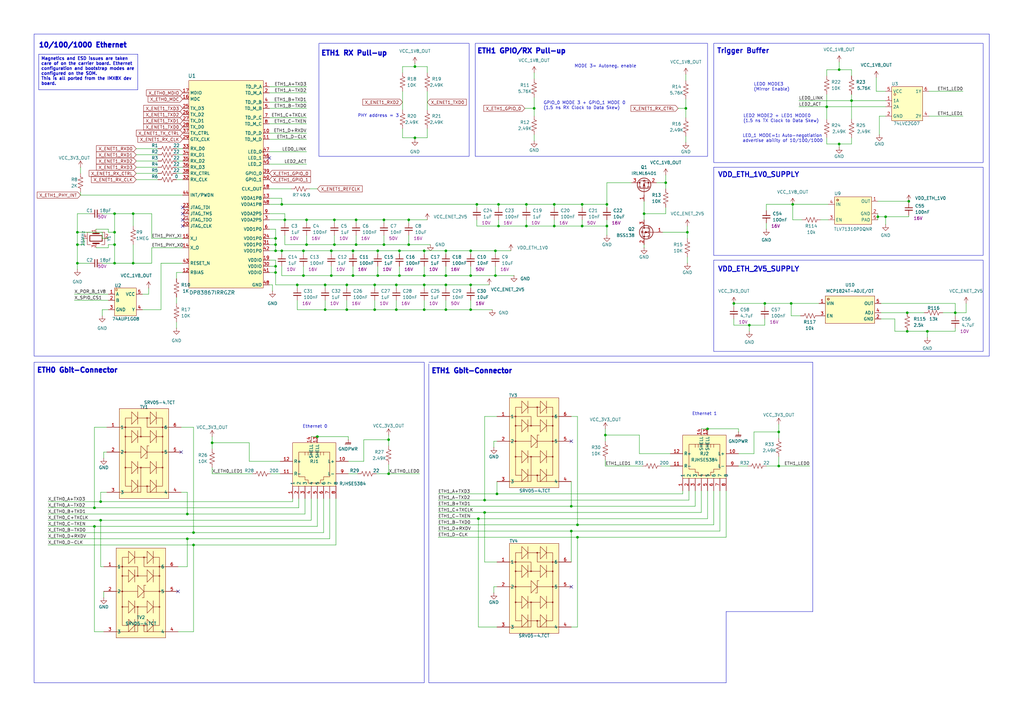
<source format=kicad_sch>
(kicad_sch (version 20250114) (generator "eeschema") (generator_version "9.0")
  (paper "A3")
  (rectangle (start 13.97 13.97) (end 405.765 146.05))
  (rectangle (start 13.97 148.59) (end 173.99 280.035))
  (rectangle (start 130.81 17.78) (end 192.405 64.135))
  (rectangle (start 292.735 106.68) (end 403.225 144.145))
  (rectangle (start 194.945 17.78) (end 290.195 64.135))
  (rectangle (start 292.735 17.78) (end 403.225 66.675))
  (rectangle (start 292.735 68.58) (end 403.225 104.775))
  (text "Trigger Buffer" (at 304.8 20.955 0) (effects (font (size 2.032 2.032) (thickness 0.4064) (bold yes))))
  (text "Ethernet 0" (at 124.079 175.768 0) (effects (font (size 1.27 1.27)) (justify left bottom)))
  (text "ETH0 Gbit-Connector\n" (at 14.986 153.162 0) (effects (font (size 2.032 2.032) (thickness 0.6) (bold yes)) (justify left bottom)))
  (text "VDD_ETH_2V5_SUPPLY" (at 311.15 110.49 0) (effects (font (size 2.032 2.032) (thickness 0.4064) (bold yes))))
  (text "ETH1 Gbit-Connector" (at 176.784 153.416 0) (effects (font (size 2.032 2.032) (thickness 0.6) (bold yes)) (justify left bottom)))
  (text "Ethernet 1" (at 283.845 170.561 0) (effects (font (size 1.27 1.27)) (justify left bottom)))
  (text "ETH1 GPIO/RX Pull-up" (at 195.58 22.225 0) (effects (font (size 2.032 2.032) (thickness 0.6) (bold yes)) (justify left bottom)))
  (text "LED2 MODE2 + LED1 MODE0\n(1.5 ns TX Clock to Data Skew)" (at 304.8 50.419 0) (effects (font (size 1.27 1.27)) (justify left bottom)))
  (text "GPIO_0 MODE 3 + GPIO_1 MODE 0\n(1.5 ns RX Clock to Data Skew)" (at 222.885 45.085 0) (effects (font (size 1.27 1.27)) (justify left bottom)))
  (text "LED0 MODE3\n(Mirror Enable)" (at 309.118 37.465 0) (effects (font (size 1.27 1.27)) (justify left bottom)))
  (text "ETH1 RX Pull-up" (at 131.572 23.114 0) (effects (font (size 2.032 2.032) (thickness 0.6) (bold yes)) (justify left bottom)))
  (text "10/100/1000 Ethernet\n" (at 15.748 19.812 0) (effects (font (size 2.032 2.032) (thickness 0.6) (bold yes)) (justify left bottom)))
  (text "PHY address = 3" (at 146.685 48.26 0) (effects (font (size 1.27 1.27)) (justify left bottom)))
  (text "MODE 3= Autoneg. enable" (at 235.585 27.94 0) (effects (font (size 1.27 1.27)) (justify left bottom)))
  (text "VDD_ETH_1V0_SUPPLY" (at 311.15 71.755 0) (effects (font (size 2.032 2.032) (thickness 0.4064) (bold yes))))
  (text "LED_1 MODE=1: Auto-negotiation\nadvertise ability of 10/100/1000" (at 304.546 58.547 0) (effects (font (size 1.27 1.27)) (justify left bottom)))
  (text_box "Magnetics and ESD issues are taken care of on the carrier board. Ethernet configuration and bootstrap modes are configured on the SOM.\nThis is all ported from the IMX8X dev board." (at 15.875 22.225 0) (size 40.64 14.605) (margins 0.9525 0.9525 0.9525 0.9525) (effects (font (size 1.27 1.27) (thickness 0.254) (bold yes)) (justify left top)))
  (junction (at 115.57 83.82))
  (junction (at 41.275 213.36))
  (junction (at 234.315 207.645))
  (junction (at 307.34 133.35))
  (junction (at 54.61 107.95))
  (junction (at 193.04 102.87))
  (junction (at 54.61 87.63))
  (junction (at 238.76 83.82))
  (junction (at 182.88 127))
  (junction (at 31.75 95.25))
  (junction (at 125.73 90.17))
  (junction (at 319.405 177.165))
  (junction (at 264.16 87.63))
  (junction (at 133.35 127))
  (junction (at 173.99 113.03))
  (junction (at 124.46 113.03))
  (junction (at 86.995 181.61))
  (junction (at 196.215 212.725))
  (junction (at 146.05 100.33))
  (junction (at 137.16 100.33))
  (junction (at 113.03 102.87))
  (junction (at 290.195 175.895))
  (junction (at 154.94 113.03))
  (junction (at 173.99 127))
  (junction (at 153.67 116.84))
  (junction (at 215.9 92.71))
  (junction (at 324.485 124.46))
  (junction (at 142.24 127))
  (junction (at 113.03 111.76))
  (junction (at 135.89 113.03))
  (junction (at 79.375 218.44))
  (junction (at 281.94 95.25))
  (junction (at 167.64 100.33))
  (junction (at 182.88 113.03))
  (junction (at 372.745 82.55))
  (junction (at 163.83 113.03))
  (junction (at 137.16 90.17))
  (junction (at 38.735 208.28))
  (junction (at 182.88 116.84))
  (junction (at 203.2 113.03))
  (junction (at 159.385 180.34))
  (junction (at 144.78 102.87))
  (junction (at 236.855 220.345))
  (junction (at 360.045 88.9))
  (junction (at 46.99 100.33))
  (junction (at 162.56 127))
  (junction (at 135.89 102.87))
  (junction (at 76.835 220.98))
  (junction (at 339.09 43.815))
  (junction (at 142.24 116.84))
  (junction (at 115.57 102.87))
  (junction (at 170.18 56.515))
  (junction (at 198.755 205.105))
  (junction (at 349.25 41.275))
  (junction (at 391.795 128.27))
  (junction (at 162.56 116.84))
  (junction (at 344.17 59.055))
  (junction (at 124.46 102.87))
  (junction (at 146.05 90.17))
  (junction (at 325.12 83.82))
  (junction (at 344.17 28.575))
  (junction (at 38.735 215.9))
  (junction (at 363.22 88.9))
  (junction (at 193.04 127))
  (junction (at 182.88 102.87))
  (junction (at 227.33 92.71))
  (junction (at 76.835 210.82))
  (junction (at 46.99 87.63))
  (junction (at 215.9 83.82))
  (junction (at 203.835 202.565))
  (junction (at 238.76 92.71))
  (junction (at 248.92 92.71))
  (junction (at 300.99 124.46))
  (junction (at 227.33 83.82))
  (junction (at 248.285 178.435))
  (junction (at 167.64 90.17))
  (junction (at 153.67 127))
  (junction (at 154.94 102.87))
  (junction (at 248.92 83.82))
  (junction (at 144.78 113.03))
  (junction (at 116.84 90.17))
  (junction (at 372.11 135.89))
  (junction (at 234.315 217.805))
  (junction (at 195.58 83.82))
  (junction (at 46.99 107.95))
  (junction (at 133.35 116.84))
  (junction (at 204.47 83.82))
  (junction (at 130.175 179.07))
  (junction (at 113.03 97.79))
  (junction (at 163.83 102.87))
  (junction (at 380.365 135.89))
  (junction (at 46.99 95.25))
  (junction (at 193.04 116.84))
  (junction (at 204.47 92.71))
  (junction (at 313.69 124.46))
  (junction (at 41.275 205.74))
  (junction (at 125.73 100.33))
  (junction (at 159.385 194.31))
  (junction (at 236.855 215.265))
  (junction (at 31.75 100.33))
  (junction (at 79.375 223.52))
  (junction (at 219.075 44.45))
  (junction (at 31.75 107.95))
  (junction (at 198.755 210.185))
  (junction (at 157.48 90.17))
  (junction (at 170.18 27.305))
  (junction (at 113.03 109.22))
  (junction (at 273.05 74.93))
  (junction (at 173.99 116.84))
  (junction (at 173.99 102.87))
  (junction (at 281.305 44.45))
  (junction (at 372.11 128.27))
  (junction (at 157.48 100.33))
  (junction (at 121.92 116.84))
  (junction (at 319.405 191.135))
  (junction (at 193.04 113.03))
  (junction (at 203.2 102.87))
  (junction (at 113.03 100.33))
  (no_connect (at 73.025 242.57))
  (no_connect (at 74.93 87.63))
  (no_connect (at 74.295 185.42))
  (no_connect (at 234.315 240.665))
  (no_connect (at 74.93 85.09))
  (no_connect (at 74.93 90.17))
  (no_connect (at 110.49 64.77))
  (no_connect (at 74.93 92.71))
  (no_connect (at 234.315 180.975))
  (wire (pts (xy 30.48 120.65) (xy 44.45 120.65)))
  (wire (pts (xy 153.67 118.11) (xy 153.67 116.84)))
  (wire (pts (xy 110.49 83.82) (xy 115.57 83.82)))
  (wire (pts (xy 44.45 100.33) (xy 46.99 100.33)))
  (wire (pts (xy 196.215 212.725) (xy 196.215 257.175)))
  (wire (pts (xy 19.685 218.44) (xy 79.375 218.44)))
  (wire (pts (xy 238.76 83.82) (xy 227.33 83.82)))
  (wire (pts (xy 179.705 202.565) (xy 203.835 202.565)))
  (wire (pts (xy 314.325 191.135) (xy 319.405 191.135)))
  (wire (pts (xy 72.39 63.5) (xy 74.93 63.5)))
  (wire (pts (xy 157.48 90.17) (xy 157.48 91.44)))
  (wire (pts (xy 39.37 93.98) (xy 44.45 93.98)))
  (wire (pts (xy 110.49 38.1) (xy 125.73 38.1)))
  (wire (pts (xy 167.64 90.17) (xy 167.64 91.44)))
  (wire (pts (xy 62.23 97.79) (xy 62.23 87.63)))
  (wire (pts (xy 372.745 83.185) (xy 372.745 82.55)))
  (wire (pts (xy 133.35 118.11) (xy 133.35 116.84)))
  (wire (pts (xy 41.275 232.41) (xy 41.275 213.36)))
  (wire (pts (xy 227.33 83.82) (xy 227.33 85.09)))
  (wire (pts (xy 175.26 52.705) (xy 175.26 56.515)))
  (wire (pts (xy 196.215 257.175) (xy 203.835 257.175)))
  (wire (pts (xy 173.99 113.03) (xy 182.88 113.03)))
  (wire (pts (xy 79.375 259.08) (xy 79.375 223.52)))
  (wire (pts (xy 290.195 201.295) (xy 290.195 212.725)))
  (wire (pts (xy 324.485 124.46) (xy 335.915 124.46)))
  (wire (pts (xy 42.545 245.11) (xy 42.545 242.57)))
  (wire (pts (xy 182.88 116.84) (xy 193.04 116.84)))
  (wire (pts (xy 41.275 232.41) (xy 42.545 232.41)))
  (wire (pts (xy 175.26 37.465) (xy 175.26 45.085)))
  (wire (pts (xy 248.92 83.82) (xy 238.76 83.82)))
  (wire (pts (xy 170.18 57.15) (xy 170.18 56.515)))
  (wire (pts (xy 163.83 113.03) (xy 173.99 113.03)))
  (wire (pts (xy 113.03 116.84) (xy 113.03 111.76)))
  (wire (pts (xy 248.92 74.93) (xy 259.08 74.93)))
  (wire (pts (xy 280.035 201.295) (xy 280.035 202.565)))
  (wire (pts (xy 234.315 217.805) (xy 295.275 217.805)))
  (wire (pts (xy 193.04 102.87) (xy 193.04 104.14)))
  (wire (pts (xy 198.755 230.505) (xy 203.835 230.505)))
  (wire (pts (xy 159.385 180.34) (xy 159.385 182.88)))
  (wire (pts (xy 121.92 116.84) (xy 113.03 116.84)))
  (wire (pts (xy 203.835 202.565) (xy 280.035 202.565)))
  (wire (pts (xy 360.045 87.63) (xy 360.045 88.9)))
  (wire (pts (xy 219.075 55.245) (xy 219.075 57.785)))
  (wire (pts (xy 19.685 205.74) (xy 41.275 205.74)))
  (wire (pts (xy 204.47 85.09) (xy 204.47 83.82)))
  (wire (pts (xy 179.705 212.725) (xy 196.215 212.725)))
  (wire (pts (xy 227.33 90.17) (xy 227.33 92.71)))
  (wire (pts (xy 135.89 109.22) (xy 135.89 113.03)))
  (wire (pts (xy 86.995 181.61) (xy 102.235 181.61)))
  (wire (pts (xy 292.735 201.295) (xy 292.735 215.265)))
  (wire (pts (xy 263.525 191.135) (xy 248.285 191.135)))
  (wire (pts (xy 115.57 113.03) (xy 124.46 113.03)))
  (wire (pts (xy 363.22 88.9) (xy 363.22 92.075)))
  (wire (pts (xy 203.835 180.975) (xy 202.565 180.975)))
  (wire (pts (xy 44.45 93.98) (xy 44.45 95.25)))
  (wire (pts (xy 149.225 189.23) (xy 142.875 189.23)))
  (wire (pts (xy 281.305 40.64) (xy 281.305 44.45)))
  (wire (pts (xy 179.705 207.645) (xy 234.315 207.645)))
  (wire (pts (xy 159.385 190.5) (xy 159.385 194.31)))
  (wire (pts (xy 173.99 123.19) (xy 173.99 127)))
  (wire (pts (xy 227.33 92.71) (xy 238.76 92.71)))
  (wire (pts (xy 238.76 92.71) (xy 248.92 92.71)))
  (wire (pts (xy 41.275 201.93) (xy 43.815 201.93)))
  (wire (pts (xy 248.285 178.435) (xy 262.255 178.435)))
  (wire (pts (xy 146.05 96.52) (xy 146.05 100.33)))
  (wire (pts (xy 72.39 68.58) (xy 74.93 68.58)))
  (wire (pts (xy 79.375 175.26) (xy 79.375 218.44)))
  (wire (pts (xy 359.41 31.75) (xy 359.41 37.465)))
  (wire (pts (xy 170.18 27.305) (xy 170.18 26.035)))
  (wire (pts (xy 319.405 191.135) (xy 332.105 191.135)))
  (wire (pts (xy 349.25 41.275) (xy 363.22 41.275)))
  (wire (pts (xy 193.04 116.84) (xy 193.04 118.11)))
  (wire (pts (xy 319.405 177.165) (xy 319.405 179.705)))
  (wire (pts (xy 38.735 215.9) (xy 130.175 215.9)))
  (wire (pts (xy 146.05 91.44) (xy 146.05 90.17)))
  (wire (pts (xy 116.84 87.63) (xy 116.84 90.17)))
  (wire (pts (xy 215.265 44.45) (xy 219.075 44.45)))
  (wire (pts (xy 372.745 88.9) (xy 372.745 88.265)))
  (wire (pts (xy 195.58 85.09) (xy 195.58 83.82)))
  (wire (pts (xy 133.35 123.19) (xy 133.35 127)))
  (wire (pts (xy 46.99 87.63) (xy 41.91 87.63)))
  (wire (pts (xy 62.23 107.95) (xy 54.61 107.95)))
  (wire (pts (xy 209.55 102.87) (xy 203.2 102.87)))
  (wire (pts (xy 79.375 223.52) (xy 137.795 223.52)))
  (wire (pts (xy 135.89 102.87) (xy 144.78 102.87)))
  (wire (pts (xy 162.56 116.84) (xy 173.99 116.84)))
  (wire (pts (xy 76.835 232.41) (xy 76.835 220.98)))
  (wire (pts (xy 372.11 128.27) (xy 379.095 128.27)))
  (wire (pts (xy 31.75 107.95) (xy 31.75 110.49)))
  (wire (pts (xy 115.57 102.87) (xy 113.03 102.87)))
  (wire (pts (xy 163.83 102.87) (xy 173.99 102.87)))
  (wire (pts (xy 121.92 118.11) (xy 121.92 116.84)))
  (wire (pts (xy 319.405 177.165) (xy 319.405 173.99)))
  (wire (pts (xy 113.03 111.76) (xy 110.49 111.76)))
  (polyline (pts (xy 297.815 280.035) (xy 297.815 250.825)))
  (wire (pts (xy 173.99 116.84) (xy 182.88 116.84)))
  (wire (pts (xy 72.39 111.76) (xy 72.39 114.3)))
  (wire (pts (xy 110.49 67.31) (xy 125.73 67.31)))
  (wire (pts (xy 360.045 88.9) (xy 360.045 90.17)))
  (polyline (pts (xy 297.815 250.825) (xy 333.375 250.825)))
  (wire (pts (xy 41.91 107.95) (xy 46.99 107.95)))
  (polyline (pts (xy 175.895 280.035) (xy 297.815 280.035)))
  (wire (pts (xy 274.955 186.055) (xy 262.255 186.055)))
  (wire (pts (xy 41.91 95.25) (xy 41.91 97.79)))
  (wire (pts (xy 125.73 90.17) (xy 137.16 90.17)))
  (wire (pts (xy 367.03 130.81) (xy 367.03 135.89)))
  (wire (pts (xy 381 37.465) (xy 394.97 37.465)))
  (wire (pts (xy 41.275 213.36) (xy 127.635 213.36)))
  (wire (pts (xy 234.315 257.175) (xy 236.855 257.175)))
  (wire (pts (xy 349.25 31.115) (xy 349.25 28.575)))
  (wire (pts (xy 300.99 125.73) (xy 300.99 124.46)))
  (wire (pts (xy 62.23 87.63) (xy 54.61 87.63)))
  (wire (pts (xy 159.385 178.435) (xy 159.385 180.34)))
  (wire (pts (xy 182.88 123.19) (xy 182.88 127)))
  (wire (pts (xy 179.705 210.185) (xy 198.755 210.185)))
  (wire (pts (xy 309.245 177.165) (xy 309.245 186.055)))
  (wire (pts (xy 137.16 100.33) (xy 146.05 100.33)))
  (wire (pts (xy 110.49 106.68) (xy 113.03 106.68)))
  (wire (pts (xy 273.05 74.93) (xy 273.05 77.47)))
  (wire (pts (xy 271.145 191.135) (xy 274.955 191.135)))
  (wire (pts (xy 198.755 205.105) (xy 282.575 205.105)))
  (wire (pts (xy 115.57 83.82) (xy 195.58 83.82)))
  (wire (pts (xy 76.835 210.82) (xy 125.095 210.82)))
  (wire (pts (xy 74.93 101.6) (xy 62.23 101.6)))
  (wire (pts (xy 44.45 127) (xy 41.91 127)))
  (wire (pts (xy 74.93 97.79) (xy 62.23 97.79)))
  (wire (pts (xy 248.92 90.17) (xy 248.92 92.71)))
  (wire (pts (xy 215.9 83.82) (xy 215.9 85.09)))
  (wire (pts (xy 137.16 96.52) (xy 137.16 100.33)))
  (wire (pts (xy 38.735 259.08) (xy 42.545 259.08)))
  (polyline (pts (xy 333.375 250.825) (xy 333.375 148.59)))
  (wire (pts (xy 130.175 179.07) (xy 142.875 179.07)))
  (wire (pts (xy 264.16 100.33) (xy 264.16 101.6)))
  (wire (pts (xy 30.48 123.19) (xy 44.45 123.19)))
  (wire (pts (xy 42.545 185.42) (xy 42.545 187.96)))
  (wire (pts (xy 86.995 191.77) (xy 86.995 194.31)))
  (wire (pts (xy 72.39 60.96) (xy 74.93 60.96)))
  (wire (pts (xy 74.295 175.26) (xy 79.375 175.26)))
  (wire (pts (xy 363.22 47.625) (xy 360.68 47.625)))
  (wire (pts (xy 391.795 128.27) (xy 396.24 128.27)))
  (wire (pts (xy 278.13 44.45) (xy 281.305 44.45)))
  (wire (pts (xy 55.88 68.58) (xy 64.77 68.58)))
  (wire (pts (xy 72.39 73.66) (xy 74.93 73.66)))
  (wire (pts (xy 76.835 220.98) (xy 135.255 220.98)))
  (wire (pts (xy 19.685 208.28) (xy 38.735 208.28)))
  (wire (pts (xy 110.49 50.8) (xy 125.73 50.8)))
  (wire (pts (xy 300.99 130.81) (xy 300.99 133.35)))
  (wire (pts (xy 273.05 71.755) (xy 273.05 74.93)))
  (wire (pts (xy 175.26 90.17) (xy 167.64 90.17)))
  (wire (pts (xy 66.04 127) (xy 66.04 107.95)))
  (wire (pts (xy 173.99 118.11) (xy 173.99 116.84)))
  (wire (pts (xy 193.04 109.22) (xy 193.04 113.03)))
  (wire (pts (xy 372.11 135.89) (xy 380.365 135.89)))
  (wire (pts (xy 391.795 128.27) (xy 386.715 128.27)))
  (wire (pts (xy 19.685 213.36) (xy 41.275 213.36)))
  (wire (pts (xy 110.49 54.61) (xy 125.73 54.61)))
  (wire (pts (xy 124.46 113.03) (xy 135.89 113.03)))
  (wire (pts (xy 234.315 217.805) (xy 234.315 230.505)))
  (wire (pts (xy 339.09 38.735) (xy 339.09 43.815)))
  (wire (pts (xy 110.49 116.84) (xy 111.76 116.84)))
  (wire (pts (xy 175.26 29.845) (xy 175.26 27.305)))
  (wire (pts (xy 175.26 27.305) (xy 170.18 27.305)))
  (wire (pts (xy 281.305 44.45) (xy 281.305 48.26)))
  (wire (pts (xy 162.56 123.19) (xy 162.56 127)))
  (wire (pts (xy 44.45 101.6) (xy 44.45 100.33)))
  (wire (pts (xy 361.315 130.81) (xy 367.03 130.81)))
  (wire (pts (xy 34.29 100.33) (xy 31.75 100.33)))
  (wire (pts (xy 380.365 135.89) (xy 380.365 138.43)))
  (wire (pts (xy 73.025 232.41) (xy 76.835 232.41)))
  (wire (pts (xy 176.53 100.33) (xy 167.64 100.33)))
  (wire (pts (xy 336.55 90.17) (xy 339.725 90.17)))
  (wire (pts (xy 165.1 37.465) (xy 165.1 45.085)))
  (wire (pts (xy 202.565 240.665) (xy 202.565 243.205)))
  (wire (pts (xy 319.405 187.325) (xy 319.405 191.135)))
  (wire (pts (xy 325.12 90.17) (xy 328.93 90.17)))
  (wire (pts (xy 121.92 123.19) (xy 121.92 127)))
  (wire (pts (xy 238.76 90.17) (xy 238.76 92.71)))
  (wire (pts (xy 157.48 100.33) (xy 167.64 100.33)))
  (wire (pts (xy 302.895 191.135) (xy 306.705 191.135)))
  (wire (pts (xy 248.285 188.595) (xy 248.285 191.135)))
  (wire (pts (xy 142.24 118.11) (xy 142.24 116.84)))
  (wire (pts (xy 154.94 113.03) (xy 163.83 113.03)))
  (wire (pts (xy 219.075 29.845) (xy 219.075 32.385)))
  (wire (pts (xy 179.705 205.105) (xy 198.755 205.105)))
  (wire (pts (xy 248.285 178.435) (xy 248.285 180.975)))
  (wire (pts (xy 125.73 91.44) (xy 125.73 90.17)))
  (wire (pts (xy 367.03 135.89) (xy 372.11 135.89)))
  (wire (pts (xy 287.655 175.895) (xy 290.195 175.895)))
  (wire (pts (xy 142.24 116.84) (xy 153.67 116.84)))
  (wire (pts (xy 116.84 90.17) (xy 125.73 90.17)))
  (wire (pts (xy 142.875 194.31) (xy 146.685 194.31)))
  (wire (pts (xy 339.09 59.055) (xy 344.17 59.055)))
  (wire (pts (xy 195.58 90.17) (xy 195.58 92.71)))
  (wire (pts (xy 86.995 179.07) (xy 86.995 181.61)))
  (polyline (pts (xy 175.895 149.225) (xy 175.895 280.035)))
  (wire (pts (xy 54.61 87.63) (xy 46.99 87.63)))
  (wire (pts (xy 285.115 201.295) (xy 285.115 207.645)))
  (wire (pts (xy 137.16 90.17) (xy 146.05 90.17)))
  (wire (pts (xy 110.49 90.17) (xy 116.84 90.17)))
  (wire (pts (xy 159.385 194.31) (xy 172.085 194.31)))
  (wire (pts (xy 281.94 105.41) (xy 281.94 107.95)))
  (wire (pts (xy 349.25 28.575) (xy 344.17 28.575)))
  (wire (pts (xy 154.305 194.31) (xy 159.385 194.31)))
  (wire (pts (xy 236.855 257.175) (xy 236.855 220.345)))
  (wire (pts (xy 46.99 95.25) (xy 46.99 87.63)))
  (wire (pts (xy 203.2 102.87) (xy 203.2 104.14)))
  (wire (pts (xy 236.855 215.265) (xy 292.735 215.265)))
  (wire (pts (xy 33.02 80.01) (xy 74.93 80.01)))
  (wire (pts (xy 46.99 100.33) (xy 46.99 95.25)))
  (wire (pts (xy 196.215 212.725) (xy 290.195 212.725)))
  (wire (pts (xy 113.03 100.33) (xy 113.03 102.87)))
  (wire (pts (xy 74.93 111.76) (xy 72.39 111.76)))
  (wire (pts (xy 198.755 210.185) (xy 198.755 230.505)))
  (wire (pts (xy 103.505 194.31) (xy 86.995 194.31)))
  (wire (pts (xy 72.39 121.92) (xy 72.39 124.46)))
  (wire (pts (xy 219.075 40.005) (xy 219.075 44.45)))
  (wire (pts (xy 307.34 135.89) (xy 307.34 133.35)))
  (wire (pts (xy 114.935 189.23) (xy 102.235 189.23)))
  (wire (pts (xy 163.83 102.87) (xy 163.83 104.14)))
  (wire (pts (xy 297.815 201.295) (xy 297.815 220.345)))
  (wire (pts (xy 210.82 113.03) (xy 203.2 113.03)))
  (wire (pts (xy 60.96 120.65) (xy 60.96 118.11)))
  (wire (pts (xy 300.99 133.35) (xy 307.34 133.35)))
  (wire (pts (xy 264.16 87.63) (xy 273.05 87.63)))
  (wire (pts (xy 113.03 102.87) (xy 110.49 102.87)))
  (wire (pts (xy 327.66 43.815) (xy 339.09 43.815)))
  (wire (pts (xy 248.92 74.93) (xy 248.92 83.82)))
  (wire (pts (xy 31.75 95.25) (xy 41.91 95.25)))
  (wire (pts (xy 43.815 185.42) (xy 42.545 185.42)))
  (wire (pts (xy 248.92 85.09) (xy 248.92 83.82)))
  (wire (pts (xy 153.67 127) (xy 162.56 127)))
  (wire (pts (xy 273.05 85.09) (xy 273.05 87.63)))
  (wire (pts (xy 46.99 107.95) (xy 46.99 100.33)))
  (wire (pts (xy 33.02 80.01) (xy 33.02 78.74)))
  (wire (pts (xy 314.325 83.82) (xy 325.12 83.82)))
  (wire (pts (xy 290.195 175.895) (xy 302.895 175.895)))
  (wire (pts (xy 19.685 220.98) (xy 76.835 220.98)))
  (wire (pts (xy 74.295 201.93) (xy 76.835 201.93)))
  (wire (pts (xy 302.895 175.895) (xy 302.895 177.165)))
  (wire (pts (xy 313.69 130.81) (xy 313.69 133.35)))
  (wire (pts (xy 142.24 123.19) (xy 142.24 127)))
  (wire (pts (xy 55.88 71.12) (xy 64.77 71.12)))
  (wire (pts (xy 281.305 30.48) (xy 281.305 33.02)))
  (wire (pts (xy 227.33 83.82) (xy 215.9 83.82)))
  (wire (pts (xy 124.46 102.87) (xy 135.89 102.87)))
  (wire (pts (xy 41.91 127) (xy 41.91 129.54)))
  (wire (pts (xy 58.42 127) (xy 66.04 127)))
  (wire (pts (xy 102.235 189.23) (xy 102.235 181.61)))
  (wire (pts (xy 287.655 201.295) (xy 287.655 210.185)))
  (wire (pts (xy 113.03 97.79) (xy 113.03 100.33)))
  (wire (pts (xy 165.1 29.845) (xy 165.1 27.305)))
  (wire (pts (xy 110.49 87.63) (xy 116.84 87.63)))
  (wire (pts (xy 309.245 186.055) (xy 302.895 186.055)))
  (wire (pts (xy 116.84 90.17) (xy 116.84 91.44)))
  (wire (pts (xy 115.57 102.87) (xy 115.57 104.14)))
  (wire (pts (xy 236.855 220.345) (xy 297.815 220.345)))
  (wire (pts (xy 137.16 91.44) (xy 137.16 90.17)))
  (wire (pts (xy 144.78 113.03) (xy 154.94 113.03)))
  (wire (pts (xy 124.46 109.22) (xy 124.46 113.03)))
  (wire (pts (xy 38.735 175.26) (xy 38.735 208.28)))
  (wire (pts (xy 127.635 204.47) (xy 127.635 213.36)))
  (wire (pts (xy 113.03 109.22) (xy 113.03 111.76)))
  (wire (pts (xy 31.75 107.95) (xy 31.75 100.33)))
  (wire (pts (xy 144.78 104.14) (xy 144.78 102.87)))
  (wire (pts (xy 324.485 129.54) (xy 328.295 129.54)))
  (wire (pts (xy 391.795 135.89) (xy 391.795 134.62)))
  (wire (pts (xy 234.315 207.645) (xy 285.115 207.645)))
  (wire (pts (xy 182.88 127) (xy 193.04 127)))
  (wire (pts (xy 313.69 124.46) (xy 313.69 125.73)))
  (wire (pts (xy 200.66 116.84) (xy 193.04 116.84)))
  (wire (pts (xy 380.365 135.89) (xy 391.795 135.89)))
  (wire (pts (xy 38.735 259.08) (xy 38.735 215.9)))
  (wire (pts (xy 198.755 205.105) (xy 198.755 170.815)))
  (wire (pts (xy 110.49 100.33) (xy 113.03 100.33)))
  (wire (pts (xy 124.46 104.14) (xy 124.46 102.87)))
  (wire (pts (xy 121.92 127) (xy 133.35 127)))
  (wire (pts (xy 120.015 204.47) (xy 120.015 205.74)))
  (wire (pts (xy 39.37 101.6) (xy 44.45 101.6)))
  (wire (pts (xy 111.76 116.84) (xy 111.76 119.38)))
  (wire (pts (xy 86.995 181.61) (xy 86.995 184.15)))
  (wire (pts (xy 110.49 93.98) (xy 113.03 93.98)))
  (wire (pts (xy 193.04 113.03) (xy 203.2 113.03)))
  (wire (pts (xy 204.47 92.71) (xy 215.9 92.71)))
  (wire (pts (xy 127 77.47) (xy 130.175 77.47)))
  (wire (pts (xy 125.095 204.47) (xy 125.095 210.82)))
  (wire (pts (xy 313.69 124.46) (xy 324.485 124.46)))
  (wire (pts (xy 162.56 118.11) (xy 162.56 116.84)))
  (wire (pts (xy 127.635 179.07) (xy 130.175 179.07)))
  (wire (pts (xy 215.9 90.17) (xy 215.9 92.71)))
  (wire (pts (xy 72.39 71.12) (xy 74.93 71.12)))
  (wire (pts (xy 135.89 104.14) (xy 135.89 102.87)))
  (wire (pts (xy 125.73 96.52) (xy 125.73 100.33)))
  (wire (pts (xy 325.12 83.82) (xy 339.725 83.82)))
  (wire (pts (xy 372.745 88.9) (xy 363.22 88.9)))
  (wire (pts (xy 153.67 123.19) (xy 153.67 127)))
  (wire (pts (xy 195.58 83.82) (xy 204.47 83.82)))
  (wire (pts (xy 325.12 83.82) (xy 325.12 90.17)))
  (wire (pts (xy 282.575 201.295) (xy 282.575 205.105)))
  (wire (pts (xy 133.35 127) (xy 142.24 127)))
  (wire (pts (xy 54.61 107.95) (xy 46.99 107.95)))
  (wire (pts (xy 113.03 93.98) (xy 113.03 97.79)))
  (wire (pts (xy 173.99 102.87) (xy 182.88 102.87)))
  (wire (pts (xy 36.83 87.63) (xy 31.75 87.63)))
  (wire (pts (xy 122.555 204.47) (xy 122.555 208.28)))
  (wire (pts (xy 58.42 120.65) (xy 60.96 120.65)))
  (wire (pts (xy 381 47.625) (xy 394.97 47.625)))
  (wire (pts (xy 142.875 179.07) (xy 142.875 180.34)))
  (wire (pts (xy 339.09 56.515) (xy 339.09 59.055)))
  (wire (pts (xy 110.49 35.56) (xy 125.73 35.56)))
  (wire (pts (xy 349.25 38.735) (xy 349.25 41.275)))
  (wire (pts (xy 146.05 100.33) (xy 157.48 100.33)))
  (wire (pts (xy 146.05 90.17) (xy 157.48 90.17)))
  (wire (pts (xy 281.94 95.25) (xy 281.94 92.71)))
  (wire (pts (xy 72.39 66.04) (xy 74.93 66.04)))
  (wire (pts (xy 55.88 73.66) (xy 64.77 73.66)))
  (wire (pts (xy 363.22 88.9) (xy 360.045 88.9)))
  (wire (pts (xy 133.35 116.84) (xy 142.24 116.84)))
  (wire (pts (xy 125.73 100.33) (xy 137.16 100.33)))
  (wire (pts (xy 396.24 124.46) (xy 396.24 128.27)))
  (wire (pts (xy 111.125 194.31) (xy 114.935 194.31)))
  (wire (pts (xy 135.255 204.47) (xy 135.255 220.98)))
  (wire (pts (xy 262.255 186.055) (xy 262.255 178.435)))
  (wire (pts (xy 238.76 83.82) (xy 238.76 85.09)))
  (wire (pts (xy 154.94 102.87) (xy 163.83 102.87)))
  (wire (pts (xy 236.855 170.815) (xy 236.855 215.265)))
  (wire (pts (xy 157.48 96.52) (xy 157.48 100.33)))
  (wire (pts (xy 41.275 201.93) (xy 41.275 205.74)))
  (wire (pts (xy 193.04 123.19) (xy 193.04 127)))
  (wire (pts (xy 204.47 83.82) (xy 215.9 83.82)))
  (wire (pts (xy 73.025 259.08) (xy 79.375 259.08)))
  (wire (pts (xy 165.1 52.705) (xy 165.1 56.515)))
  (wire (pts (xy 110.49 41.91) (xy 125.73 41.91)))
  (wire (pts (xy 339.09 43.815) (xy 363.22 43.815)))
  (wire (pts (xy 55.88 63.5) (xy 64.77 63.5)))
  (wire (pts (xy 182.88 102.87) (xy 193.04 102.87)))
  (wire (pts (xy 361.315 128.27) (xy 372.11 128.27)))
  (wire (pts (xy 202.565 180.975) (xy 202.565 183.515)))
  (wire (pts (xy 142.24 127) (xy 153.67 127)))
  (wire (pts (xy 264.16 87.63) (xy 264.16 90.17)))
  (wire (pts (xy 344.17 59.055) (xy 344.17 60.325)))
  (wire (pts (xy 314.325 83.82) (xy 314.325 86.36)))
  (wire (pts (xy 198.755 170.815) (xy 203.835 170.815)))
  (wire (pts (xy 115.57 83.82) (xy 115.57 81.28)))
  (wire (pts (xy 314.325 91.44) (xy 314.325 93.98)))
  (wire (pts (xy 115.57 109.22) (xy 115.57 113.03)))
  (wire (pts (xy 339.09 43.815) (xy 339.09 48.895)))
  (wire (pts (xy 157.48 90.17) (xy 167.64 90.17)))
  (wire (pts (xy 116.84 96.52) (xy 116.84 100.33)))
  (wire (pts (xy 163.83 109.22) (xy 163.83 113.03)))
  (wire (pts (xy 195.58 92.71) (xy 204.47 92.71)))
  (wire (pts (xy 121.92 116.84) (xy 133.35 116.84)))
  (wire (pts (xy 66.04 107.95) (xy 74.93 107.95)))
  (wire (pts (xy 182.88 109.22) (xy 182.88 113.03)))
  (wire (pts (xy 115.57 102.87) (xy 124.46 102.87)))
  (wire (pts (xy 349.25 59.055) (xy 344.17 59.055)))
  (wire (pts (xy 165.1 27.305) (xy 170.18 27.305)))
  (wire (pts (xy 372.745 82.55) (xy 360.045 82.55)))
  (wire (pts (xy 201.93 127) (xy 193.04 127)))
  (wire (pts (xy 110.49 57.15) (xy 125.73 57.15)))
  (wire (pts (xy 36.83 107.95) (xy 31.75 107.95)))
  (wire (pts (xy 167.64 96.52) (xy 167.64 100.33)))
  (wire (pts (xy 203.835 240.665) (xy 202.565 240.665)))
  (wire (pts (xy 34.29 97.79) (xy 34.29 100.33)))
  (wire (pts (xy 110.49 81.28) (xy 115.57 81.28)))
  (wire (pts (xy 125.73 100.33) (xy 116.84 100.33)))
  (wire (pts (xy 248.285 175.895) (xy 248.285 178.435)))
  (wire (pts (xy 203.835 197.485) (xy 203.835 202.565)))
  (wire (pts (xy 300.99 124.46) (xy 313.69 124.46)))
  (wire (pts (xy 110.49 77.47) (xy 119.38 77.47)))
  (wire (pts (xy 264.16 82.55) (xy 264.16 87.63)))
  (wire (pts (xy 149.225 180.34) (xy 159.385 180.34)))
  (wire (pts (xy 182.88 113.03) (xy 193.04 113.03)))
  (wire (pts (xy 110.49 48.26) (xy 125.73 48.26)))
  (wire (pts (xy 391.795 124.46) (xy 391.795 128.27)))
  (wire (pts (xy 41.275 205.74) (xy 120.015 205.74)))
  (wire (pts (xy 38.735 208.28) (xy 122.555 208.28)))
  (wire (pts (xy 175.26 56.515) (xy 170.18 56.515)))
  (wire (pts (xy 182.88 102.87) (xy 182.88 104.14)))
  (wire (pts (xy 19.685 210.82) (xy 76.835 210.82)))
  (wire (pts (xy 179.705 217.805) (xy 234.315 217.805)))
  (wire (pts (xy 391.795 129.54) (xy 391.795 128.27)))
  (wire (pts (xy 295.275 201.295) (xy 295.275 217.805)))
  (wire (pts (xy 309.245 177.165) (xy 319.405 177.165)))
  (wire (pts (xy 179.705 215.265) (xy 236.855 215.265)))
  (wire (pts (xy 360.68 47.625) (xy 360.68 55.245)))
  (wire (pts (xy 19.685 223.52) (xy 79.375 223.52)))
  (wire (pts (xy 110.49 62.23) (xy 125.73 62.23)))
  (wire (pts (xy 271.78 95.25) (xy 281.94 95.25)))
  (wire (pts (xy 344.17 25.4) (xy 344.17 28.575)))
  (wire (pts (xy 281.94 95.25) (xy 281.94 97.79)))
  (wire (pts (xy 76.835 201.93) (xy 76.835 210.82)))
  (wire (pts (xy 130.175 204.47) (xy 130.175 215.9)))
  (wire (pts (xy 144.78 102.87) (xy 154.94 102.87)))
  (wire (pts (xy 339.09 31.115) (xy 339.09 28.575)))
  (wire (pts (xy 203.2 109.22) (xy 203.2 113.03)))
  (wire (pts (xy 162.56 127) (xy 173.99 127)))
  (wire (pts (xy 62.23 101.6) (xy 62.23 107.95)))
  (wire (pts (xy 72.39 132.08) (xy 72.39 134.62)))
  (wire (pts (xy 173.99 102.87) (xy 173.99 104.14)))
  (wire (pts (xy 137.795 204.47) (xy 137.795 223.52)))
  (wire (pts (xy 248.92 92.71) (xy 248.92 96.52)))
  (wire (pts (xy 165.1 56.515) (xy 170.18 56.515)))
  (wire (pts (xy 173.99 127) (xy 182.88 127)))
  (wire (pts (xy 31.75 100.33) (xy 31.75 95.25)))
  (wire (pts (xy 31.75 87.63) (xy 31.75 95.25)))
  (wire (pts (xy 234.315 197.485) (xy 234.315 207.645)))
  (wire (pts (xy 19.685 215.9) (xy 38.735 215.9)))
  (wire (pts (xy 33.02 68.58) (xy 33.02 71.12)))
  (wire (pts (xy 215.9 92.71) (xy 227.33 92.71)))
  (wire (pts (xy 154.94 109.22) (xy 154.94 113.03)))
  (wire (pts (xy 153.67 116.84) (xy 162.56 116.84)))
  (wire (pts (xy 54.61 92.71) (xy 54.61 87.63)))
  (wire (pts (xy 281.305 55.88) (xy 281.305 58.42)))
  (wire (pts (xy 327.66 41.275) (xy 349.25 41.275)))
  (wire (pts (xy 179.705 220.345) (xy 236.855 220.345)))
  (wire (pts (xy 349.25 41.275) (xy 349.25 48.895)))
  (wire (pts (xy 110.49 109.22) (xy 113.03 109.22)))
  (wire (pts (xy 110.49 97.79) (xy 113.03 97.79)))
  (wire (pts (xy 269.24 74.93) (xy 273.05 74.93)))
  (wire (pts (xy 361.315 124.46) (xy 391.795 124.46)))
  (wire (pts (xy 349.25 56.515) (xy 349.25 59.055)))
  (wire (pts (xy 173.99 109.22) (xy 173.99 113.03)))
  (wire (pts (xy 182.88 116.84) (xy 182.88 118.11)))
  (wire (pts (xy 41.91 97.79) (xy 44.45 97.79)))
  (wire (pts (xy 144.78 109.22) (xy 144.78 113.03)))
  (wire (pts (xy 193.04 102.87) (xy 203.2 102.87)))
  (wire (pts (xy 54.61 100.33) (xy 54.61 107.95)))
  (wire (pts (xy 135.89 113.03) (xy 144.78 113.03)))
  (wire (pts (xy 79.375 218.44) (xy 132.715 218.44)))
  (wire (pts (xy 363.22 37.465) (xy 359.41 37.465)))
  (wire (pts (xy 149.225 180.34) (xy 149.225 189.23)))
  (wire (pts (xy 113.03 106.68) (xy 113.03 109.22)))
  (wire (pts (xy 55.88 60.96) (xy 64.77 60.96)))
  (wire (pts (xy 44.45 95.25) (xy 46.99 95.25)))
  (wire (pts (xy 132.715 204.47) (xy 132.715 218.44)))
  (wire (pts (xy 219.075 44.45) (xy 219.075 47.625)))
  (wire (pts (xy 234.315 170.815) (xy 236.855 170.815)))
  (wire (pts (xy 198.755 210.185) (xy 287.655 210.185)))
  (wire (pts (xy 339.09 28.575) (xy 344.17 28.575)))
  (wire (pts (xy 204.47 90.17) (xy 204.47 92.71)))
  (wire (pts (xy 324.485 124.46) (xy 324.485 129.54)))
  (wire (pts (xy 38.735 175.26) (xy 43.815 175.26)))
  (polyline (pts (xy 175.895 148.59) (xy 333.375 148.59)))
  (wire (pts (xy 154.94 102.87) (xy 154.94 104.14)))
  (wire (pts (xy 110.49 44.45) (xy 125.73 44.45)))
  (wire (pts (xy 307.34 133.35) (xy 313.69 133.35)))
  (wire (pts (xy 55.88 66.04) (xy 64.77 66.04)))
  (label "ETH1_B+TXD1" (at 179.705 207.645 0))
  (label "ETH1_C+TXCLK" (at 179.705 210.185 0))
  (label "X_ETH0_LED1" (at 86.995 194.31 0))
  (label "ETH1_PHY_XI" (at 62.23 97.79 0))
  (label "ETH1_PHY_XO" (at 62.23 101.6 0))
  (label "LED2_ACT" (at 125.73 67.31 180))
  (label "ETH1_A+TXD3" (at 125.73 35.56 180))
  (label "ETH1_B+TXD1" (at 125.73 41.91 180))
  (label "X_ETH0_B+TXD1" (at 19.685 210.82 0))
  (label "ETH1_D+RXDV" (at 125.73 54.61 180))
  (label "ETH1_LED0" (at 332.105 191.135 180))
  (label "X_ETH0_A+TXD3" (at 19.685 205.74 0))
  (label "ETH1_D+RXDV" (at 179.705 217.805 0))
  (label "ETH1_C-TXEN" (at 125.73 50.8 180))
  (label "ETH1_LED1" (at 394.97 47.625 180))
  (label "ETH1_LED0" (at 394.97 37.465 180))
  (label "ETH1_D-CLK" (at 179.705 220.345 0))
  (label "ETH1_B-TXD0" (at 125.73 44.45 180))
  (label "X_ETH0_C+TXCLK" (at 19.685 213.36 0))
  (label "LED0_LINK" (at 125.73 62.23 180))
  (label "ETH1_B-TXD0" (at 179.705 215.265 0))
  (label "ETH1_D-CLK" (at 125.73 57.15 180))
  (label "LED2_ACT" (at 327.66 43.815 0))
  (label "ETH1_C+TXCLK" (at 125.73 48.26 180))
  (label "ETH1_A+TXD3" (at 179.705 202.565 0))
  (label "X_ETH0_D+RXDV" (at 19.685 220.98 0))
  (label "LED0_LINK" (at 327.66 41.275 0))
  (label "X_ETH0_D-CLK" (at 19.685 223.52 0))
  (label "ETH1_LED1" (at 248.285 191.135 0))
  (label "X_ETH0_B-TXD0" (at 19.685 218.44 0))
  (label "X_SPI0_CS1" (at 30.48 123.19 0))
  (label "X_ETH0_A-TXD2" (at 19.685 208.28 0))
  (label "X_ETH0_LED0" (at 172.085 194.31 180))
  (label "ETH1_A-TXD2" (at 179.705 205.105 0))
  (label "ETH1_C-TXEN" (at 179.705 212.725 0))
  (label "X_ETH0_C-TXEN" (at 19.685 215.9 0))
  (label "X_POR_B_1V8" (at 30.48 120.65 0))
  (label "ETH1_A-TXD2" (at 125.73 38.1 180))
  (global_label "X_ETH1_GPIO_0" (shape input) (at 110.49 71.12 0) (property "Intersheetrefs" "${INTERSHEET_REFS}" (effects (hide yes))))
  (global_label "X_ETH1_PHY_INT" (shape input) (at 33.02 80.01 180) (property "Intersheetrefs" "${INTERSHEET_REFS}" (effects (hide yes))))
  (global_label "X_ETH0_MDIO" (shape input) (at 74.93 38.1 180) (property "Intersheetrefs" "${INTERSHEET_REFS}" (effects (hide yes))))
  (global_label "X_ENET1_RXD0" (shape input) (at 55.88 60.96 180) (property "Intersheetrefs" "${INTERSHEET_REFS}" (effects (hide yes))))
  (global_label "X_ENET1_TXD3" (shape input) (at 74.93 44.45 180) (property "Intersheetrefs" "${INTERSHEET_REFS}" (effects (hide yes))))
  (global_label "X_ENET1_RXD2" (shape input) (at 55.88 66.04 180) (property "Intersheetrefs" "${INTERSHEET_REFS}" (effects (hide yes))))
  (global_label "X_ENET1_RXD2" (shape input) (at 165.1 41.91 180) (property "Intersheetrefs" "${INTERSHEET_REFS}" (effects (hide yes))))
  (global_label "X_ENET1_TX_CTRL" (shape input) (at 74.93 54.61 180) (property "Intersheetrefs" "${INTERSHEET_REFS}" (effects (hide yes))))
  (global_label "X_ENET1_RXD3" (shape input) (at 55.88 68.58 180) (property "Intersheetrefs" "${INTERSHEET_REFS}" (effects (hide yes))))
  (global_label "X_ENET1_TXD2" (shape input) (at 74.93 46.99 180) (property "Intersheetrefs" "${INTERSHEET_REFS}" (effects (hide yes))))
  (global_label "X_ENET1_RX_CLK" (shape input) (at 55.88 73.66 180) (property "Intersheetrefs" "${INTERSHEET_REFS}" (effects (hide yes))))
  (global_label "X_ENET1_TXD0" (shape input) (at 74.93 52.07 180) (property "Intersheetrefs" "${INTERSHEET_REFS}" (effects (hide yes))))
  (global_label "X_ENET1_RX_CLK" (shape input) (at 74.93 57.15 180) (property "Intersheetrefs" "${INTERSHEET_REFS}" (effects (hide yes))))
  (global_label "X_ETH0_MDC" (shape input) (at 74.93 40.64 180) (property "Intersheetrefs" "${INTERSHEET_REFS}" (effects (hide yes))))
  (global_label "X_ETH1_GPIO_1" (shape input) (at 110.49 73.66 0) (property "Intersheetrefs" "${INTERSHEET_REFS}" (effects (hide yes))))
  (global_label "X_ENET1_TXD1" (shape input) (at 74.93 49.53 180) (property "Intersheetrefs" "${INTERSHEET_REFS}" (effects (hide yes))))
  (global_label "X_ENET1_RXD1" (shape input) (at 55.88 63.5 180) (property "Intersheetrefs" "${INTERSHEET_REFS}" (effects (hide yes))))
  (global_label "X_ETH1_GPIO_0" (shape input) (at 215.265 44.45 180) (property "Intersheetrefs" "${INTERSHEET_REFS}" (effects (hide yes))))
  (global_label "X_ENET1_REFCLK" (shape input) (at 130.175 77.47 0) (property "Intersheetrefs" "${INTERSHEET_REFS}" (effects (hide yes))))
  (global_label "X_ENET1_TXD0" (shape input) (at 175.26 41.91 0) (property "Intersheetrefs" "${INTERSHEET_REFS}" (effects (hide yes))))
  (global_label "X_ENET1_RX_CTRL" (shape input) (at 278.13 44.45 180) (property "Intersheetrefs" "${INTERSHEET_REFS}" (effects (hide yes))))
  (global_label "X_ENET1_RX_CTRL" (shape input) (at 55.88 71.12 180) (property "Intersheetrefs" "${INTERSHEET_REFS}" (effects (hide yes))))
  (symbol (lib_id "Device:R_US") (at 273.05 81.28 0) (unit 1)
    (property "Reference" "R13" (at 269.24 80.01 0))
    (property "Value" "10K" (at 269.24 82.55 0))
    (property "Description" "Resistor, US symbol" (effects (hide yes)))
  )
  (symbol (lib_id "power:GND") (at 42.545 245.11 0) (unit 1)
    (property "Reference" "#PWR38" (effects (hide yes)))
    (property "Value" "GND" (at 42.545 248.92 0))
  )
  (symbol (lib_id "Device:R_US") (at 72.39 118.11 0) (unit 1)
    (property "Reference" "R10" (at 76.2 116.84 0))
    (property "Value" "1K" (at 76.2 119.38 0))
    (property "Description" "Resistor, US symbol" (effects (hide yes)))
  )
  (symbol (lib_id "Device:C_Small") (at 144.78 106.68 0) (unit 1)
    (property "Reference" "C11" (at 147.32 105.4163 0) (effects (justify left)))
    (property "Value" "100nF" (at 147.32 107.9563 0) (effects (justify left)))
    (property "Voltage" "16V" (at 148.59 110.49 0))
  )
  (symbol (lib_id "Device:C_Small") (at 204.47 87.63 0) (unit 1)
    (property "Reference" "C23" (at 207.01 86.3663 0) (effects (justify left)))
    (property "Value" "100nF" (at 207.01 88.9063 0) (effects (justify left)))
    (property "Voltage" "16V" (at 208.28 91.44 0))
  )
  (symbol (lib_id "imx8_carrier_board_symbol_library:TLV71310PDQNR") (at 349.885 86.36 0) (unit 1)
    (property "Reference" "U9" (at 343.535 79.375 0))
    (property "Value" "TLV71310PDQNR" (at 349.885 93.98 0))
    (property "Footprint" "imx8_carrier_board_footprints:X2SON-4_L1.0-W1.0-P0.65-TL-EP" (effects (hide yes)))
    (property "LCSC Part" "C2872754" (effects (hide yes)))
  )
  (symbol (lib_id "power:GND") (at 248.92 96.52 0) (unit 1)
    (property "Reference" "#PWR17" (effects (hide yes)))
    (property "Value" "GND" (at 248.92 100.33 0))
  )
  (symbol (lib_id "imx8_carrier_board_symbol_library:VCC_1V8_OUT") (at 344.17 25.4 0) (unit 1)
    (property "Reference" "#PWR035" (effects (hide yes)))
    (property "Value" "VCC_1V8_OUT" (at 344.17 20.32 0))
    (property "Description" "Power symbol creates a global label with name \"VCC\"" (effects (hide yes)))
  )
  (symbol (lib_id "imx8x_kicad_library:VCC_ENET_2V5") (at 175.26 90.17 0) (unit 1)
    (property "Reference" "#PWR016" (effects (hide yes)))
    (property "Value" "VCC_ENET_2V5" (at 177.8 88.8999 0) (effects (justify left)))
  )
  (symbol (lib_id "Device:C_Small") (at 163.83 106.68 0) (unit 1)
    (property "Reference" "C16" (at 166.37 105.4163 0) (effects (justify left)))
    (property "Value" "100nF" (at 166.37 107.9563 0) (effects (justify left)))
    (property "Voltage" "16V" (at 167.64 110.49 0))
  )
  (symbol (lib_id "Device:R_US") (at 175.26 48.895 0) (unit 1)
    (property "Reference" "R21" (at 179.07 47.625 0))
    (property "Value" "2.49K" (at 179.07 50.165 0))
    (property "Description" "Resistor, US symbol" (effects (hide yes)))
  )
  (symbol (lib_id "Device:R_US") (at 68.58 63.5 270) (unit 1)
    (property "Reference" "R2" (at 63.5 62.23 90))
    (property "Value" "22" (at 72.39 62.23 90))
    (property "Description" "Resistor, US symbol" (effects (hide yes)))
  )
  (symbol (lib_id "power:GND") (at 264.16 101.6 0) (unit 1)
    (property "Reference" "#PWR21" (effects (hide yes)))
    (property "Value" "GND" (at 264.16 105.41 0))
  )
  (symbol (lib_id "Device:C_Small") (at 215.9 87.63 0) (unit 1)
    (property "Reference" "C19" (at 218.44 86.3663 0) (effects (justify left)))
    (property "Value" "1uF" (at 218.44 88.9063 0) (effects (justify left)))
    (property "Voltage" "10V" (at 219.71 91.44 0))
  )
  (symbol (lib_id "Device:C_Small") (at 133.35 120.65 0) (unit 1)
    (property "Reference" "C32" (at 135.89 119.3863 0) (effects (justify left)))
    (property "Value" "1uF" (at 135.89 121.9263 0) (effects (justify left)))
    (property "Voltage" "10V" (at 137.16 124.46 0))
  )
  (symbol (lib_id "power:GND") (at 72.39 134.62 0) (unit 1)
    (property "Reference" "#PWR13" (effects (hide yes)))
    (property "Value" "GND" (at 72.39 139.7 0))
  )
  (symbol (lib_id "Device:C_Small") (at 195.58 87.63 0) (unit 1)
    (property "Reference" "C24" (at 198.12 86.3663 0) (effects (justify left)))
    (property "Value" "1uF" (at 198.12 88.9063 0) (effects (justify left)))
    (property "Voltage" "10V" (at 199.39 91.44 0))
  )
  (symbol (lib_id "Device:R_US") (at 68.58 60.96 270) (unit 1)
    (property "Reference" "R1" (at 63.5 59.69 90))
    (property "Value" "22" (at 72.39 59.69 90))
    (property "Description" "Resistor, US symbol" (effects (hide yes)))
  )
  (symbol (lib_id "Device:R_US") (at 165.1 33.655 0) (unit 1)
    (property "Reference" "R18" (at 168.91 32.385 0))
    (property "Value" "10K" (at 168.91 34.925 0))
    (property "Description" "Resistor, US symbol" (effects (hide yes)))
  )
  (symbol (lib_id "imx8_carrier_board_symbol_library:DP83867CRRGZR") (at 92.71 74.93 0) (unit 1)
    (property "Reference" "U1" (at 78.74 31.115 0) (effects (font (size 1.524 1.524))))
    (property "Value" "DP83867IRRGZR" (at 86.995 120.015 0) (effects (font (size 1.524 1.524))))
    (property "Footprint" "imx8_carrier_board_footprints:VQFN-48_L7.0-W7.0-P0.50-BL-EP4.1" (effects (hide yes)))
    (property "Datasheet" "https://www.ti.com/cn/lit/ds/symlink/dp83867ir.pdf?ts=1748027510532&ref_url=https%253A%252F%252Fjlcpcb.com%252F" (effects (hide yes)))
    (property "LCSC Part" "C544766" (effects (hide yes)))
  )
  (symbol (lib_id "imx8_carrier_board_symbol_library:VCC_3V3_OUT") (at 248.285 175.895 0) (unit 1)
    (property "Reference" "#PWR0101" (effects (hide yes)))
    (property "Value" "VCC_3V3_OUT" (at 248.285 172.085 0))
    (property "Description" "Power symbol creates a global label with name \"VCC\"" (effects (hide yes)))
  )
  (symbol (lib_id "Device:R_US") (at 339.09 34.925 0) (unit 1)
    (property "Reference" "R22" (at 342.9 33.655 0))
    (property "Value" "10K" (at 342.9 36.195 0))
    (property "Description" "Resistor, US symbol" (effects (hide yes)))
  )
  (symbol (lib_id "Device:R_US") (at 68.58 73.66 270) (unit 1)
    (property "Reference" "R6" (at 63.5 72.39 90))
    (property "Value" "0" (at 72.39 72.39 90))
    (property "Description" "Resistor, US symbol" (effects (hide yes)))
  )
  (symbol (lib_id "power:GND") (at 31.75 110.49 0) (unit 1)
    (property "Reference" "#PWR10" (effects (hide yes)))
    (property "Value" "GND" (at 31.75 115.57 0))
  )
  (symbol (lib_id "imx8x_kicad_library:VCC_ENET_2V5") (at 200.66 116.84 0) (unit 1)
    (property "Reference" "#PWR026" (effects (hide yes)))
    (property "Value" "VCC_ENET_2V5" (at 201.295 118.745 0) (effects (justify left)))
  )
  (symbol (lib_id "Device:C_Small") (at 142.24 120.65 0) (unit 1)
    (property "Reference" "C26" (at 144.78 119.3863 0) (effects (justify left)))
    (property "Value" "100nF" (at 144.78 121.9263 0) (effects (justify left)))
    (property "Voltage" "16V" (at 146.05 124.46 0))
  )
  (symbol (lib_id "power:GND") (at 41.91 129.54 0) (unit 1)
    (property "Reference" "#PWR12" (effects (hide yes)))
    (property "Value" "GND" (at 41.91 134.62 0))
  )
  (symbol (lib_id "power:GNDPWR") (at 302.895 177.165 0) (unit 1)
    (property "Reference" "#PWR4" (effects (hide yes)))
    (property "Value" "GNDPWR" (at 302.768 180.975 0))
    (property "Description" "Power symbol creates a global label with name \"GNDPWR\" , global ground" (effects (hide yes)))
  )
  (symbol (lib_id "power:GND") (at 344.17 60.325 0) (unit 1)
    (property "Reference" "#PWR36" (effects (hide yes)))
    (property "Value" "GND" (at 344.17 64.135 0))
  )
  (symbol (lib_id "Device:C_Small") (at 182.88 106.68 0) (unit 1)
    (property "Reference" "C18" (at 185.42 105.4163 0) (effects (justify left)))
    (property "Value" "100nF" (at 185.42 107.9563 0) (effects (justify left)))
    (property "Voltage" "16V" (at 186.69 110.49 0))
  )
  (symbol (lib_id "imx8x_kicad_library:VCC_ENET_2V5") (at 281.94 92.71 0) (unit 1)
    (property "Reference" "#PWR022" (effects (hide yes)))
    (property "Value" "VCC_ENET_2V5" (at 281.94 87.63 0))
  )
  (symbol (lib_id "Device:C_Small") (at 39.37 107.95 90) (unit 1)
    (property "Reference" "C2" (at 38.1 106.68 90) (effects (justify left)))
    (property "Value" "18pF" (at 45.72 106.68 90) (effects (justify left)))
    (property "Voltage" "50V" (at 41.91 109.22 90))
  )
  (symbol (lib_id "imx8x_kicad_library:VDD_ETH_1V0") (at 209.55 102.87 0) (unit 1)
    (property "Reference" "#PWR019" (effects (hide yes)))
    (property "Value" "VDD_ETH_1V0" (at 212.09 101.5999 0) (effects (justify left)))
  )
  (symbol (lib_id "power:GND") (at 380.365 138.43 0) (unit 1)
    (property "Reference" "#PWR0122" (effects (hide yes)))
    (property "Value" "GND" (at 380.365 142.875 0))
    (property "Description" "Power symbol creates a global label with name \"GND\" , ground" (effects (hide yes)))
  )
  (symbol (lib_id "Device:R_US") (at 54.61 96.52 0) (unit 1)
    (property "Reference" "R9" (at 57.15 95.25 0))
    (property "Value" "1MEG" (at 58.42 97.79 0))
    (property "Description" "Resistor, US symbol" (effects (hide yes)))
  )
  (symbol (lib_id "Device:C_Small") (at 137.16 93.98 0) (unit 1)
    (property "Reference" "C5" (at 139.7 92.7163 0) (effects (justify left)))
    (property "Value" "1uF" (at 139.7 95.2563 0) (effects (justify left)))
    (property "Voltage" "10V" (at 140.97 97.79 0))
  )
  (symbol (lib_id "Device:C_Small") (at 115.57 106.68 0) (unit 1)
    (property "Reference" "C14" (at 118.11 105.4163 0) (effects (justify left)))
    (property "Value" "1uF" (at 118.11 107.9563 0) (effects (justify left)))
    (property "Voltage" "10V" (at 119.38 110.49 0))
  )
  (symbol (lib_id "Device:C_Small") (at 193.04 120.65 0) (unit 1)
    (property "Reference" "C30" (at 195.58 119.3863 0) (effects (justify left)))
    (property "Value" "10uF" (at 195.58 121.9263 0) (effects (justify left)))
    (property "Voltage" "16V" (at 196.85 124.46 0))
  )
  (symbol (lib_id "power:GND") (at 42.545 187.96 0) (unit 1)
    (property "Reference" "#PWR37" (effects (hide yes)))
    (property "Value" "GND" (at 42.545 191.77 0))
  )
  (symbol (lib_id "Device:R_US") (at 219.075 36.195 0) (unit 1)
    (property "Reference" "R11" (at 215.265 34.925 0))
    (property "Value" "5.76K" (at 215.265 37.465 0))
    (property "Description" "Resistor, US symbol" (effects (hide yes)))
  )
  (symbol (lib_id "Device:C_Small") (at 146.05 93.98 0) (unit 1)
    (property "Reference" "C6" (at 148.59 92.7163 0) (effects (justify left)))
    (property "Value" "100nF" (at 148.59 95.2563 0) (effects (justify left)))
    (property "Voltage" "16V" (at 149.86 97.79 0))
  )
  (symbol (lib_id "Device:R_US") (at 332.74 90.17 90) (unit 1)
    (property "Reference" "R114" (at 332.74 92.71 90))
    (property "Value" "10k" (at 332.74 95.25 90))
    (property "Description" "Resistor, US symbol" (effects (hide yes)))
  )
  (symbol (lib_id "Device:R_US") (at 349.25 34.925 0) (unit 1)
    (property "Reference" "R23" (at 353.06 33.655 0))
    (property "Value" "5.76K" (at 354.33 36.195 0))
    (property "Description" "Resistor, US symbol" (effects (hide yes)))
  )
  (symbol (lib_id "imx8_carrier_board_symbol_library:VCC_1V8_OUT") (at 219.075 29.845 0) (unit 1)
    (property "Reference" "#PWR040" (effects (hide yes)))
    (property "Value" "VCC_1V8_OUT" (at 219.075 24.765 0))
    (property "Description" "Power symbol creates a global label with name \"VCC\"" (effects (hide yes)))
  )
  (symbol (lib_id "imx8_carrier_board_symbol_library:RJHSE5384") (at 130.175 191.77 0) (unit 1)
    (property "Reference" "RJ1" (at 128.905 189.23 0))
    (property "Value" "RJHSE5384" (at 144.653 198.374 0))
    (property "Footprint" "imx8_carrier_board_footprints:RJ45-TH_RJHSE5384" (effects (hide yes)))
    (property "Datasheet" "https://jlcpcb.com/partdetail/AmphenolIcc-RJHSE5384/C464587" (effects (hide yes)))
    (property "LCSC Part" "C464587" (effects (hide yes)))
  )
  (symbol (lib_id "power:GNDPWR") (at 142.875 180.34 0) (unit 1)
    (property "Reference" "#PWR3" (effects (hide yes)))
    (property "Value" "GNDPWR" (at 142.748 184.15 0))
    (property "Description" "Power symbol creates a global label with name \"GNDPWR\" , global ground" (effects (hide yes)))
  )
  (symbol (lib_id "Device:R_US") (at 107.315 194.31 270) (unit 1)
    (property "Reference" "R28" (at 102.235 193.04 90))
    (property "Value" "200" (at 112.395 193.04 90))
    (property "Description" "Resistor, US symbol" (effects (hide yes)))
  )
  (symbol (lib_id "Device:C_Small") (at 157.48 93.98 0) (unit 1)
    (property "Reference" "C7" (at 160.02 92.7163 0) (effects (justify left)))
    (property "Value" "10nF" (at 160.02 95.2563 0) (effects (justify left)))
    (property "Voltage" "50V" (at 161.29 97.79 0))
  )
  (symbol (lib_id "Device:C_Small") (at 300.99 128.27 0) (unit 1)
    (property "Reference" "C58" (at 303.53 127.0063 0) (effects (justify left)))
    (property "Value" "4.7uF" (at 303.53 129.5463 0) (effects (justify left)))
    (property "Voltage" "10V" (at 304.8 132.08 0))
  )
  (symbol (lib_id "imx8_carrier_board_symbol_library:74LVC2G07GW") (at 372.11 42.545 0) (unit 1)
    (property "Reference" "U3" (at 367.03 34.417 0))
    (property "Value" "74LVC2G07" (at 371.856 50.673 0))
    (property "Footprint" "imx8_carrier_board_footprints:SOT-363_L2.1-W1.3-P0.65-LS2.2-BL" (effects (hide yes)))
    (property "Datasheet" "https://jlcpcb.com/api/file/downloadByFileSystemAccessId/8603378044489261056" (effects (hide yes)))
    (property "LCSC Part" "C19829574" (effects (hide yes)))
  )
  (symbol (lib_id "Device:R_US") (at 382.905 128.27 270) (unit 1)
    (property "Reference" "R116" (at 382.905 126.365 90))
    (property "Value" "13k" (at 382.905 130.81 90))
    (property "Description" "Resistor, US symbol" (effects (hide yes)))
  )
  (symbol (lib_id "Device:R_US") (at 150.495 194.31 270) (unit 1)
    (property "Reference" "R29" (at 145.415 193.04 90))
    (property "Value" "22" (at 154.305 193.04 90))
    (property "Description" "Resistor, US symbol" (effects (hide yes)))
  )
  (symbol (lib_id "Device:R_US") (at 33.02 74.93 180) (unit 1)
    (property "Reference" "R8" (at 30.48 73.66 0))
    (property "Value" "2K" (at 30.48 76.2 0))
    (property "Description" "Resistor, US symbol" (effects (hide yes)))
  )
  (symbol (lib_id "imx8_carrier_board_symbol_library:VCC_3V3_OUT") (at 33.02 68.58 0) (unit 1)
    (property "Reference" "#PWR0103" (effects (hide yes)))
    (property "Value" "VCC_3V3_OUT" (at 30.48 64.77 0))
    (property "Description" "Power symbol creates a global label with name \"VCC\"" (effects (hide yes)))
  )
  (symbol (lib_id "imx8_carrier_board_symbol_library:VCC_1V8_OUT") (at 170.18 26.035 0) (unit 1)
    (property "Reference" "#PWR031" (effects (hide yes)))
    (property "Value" "VCC_1V8_OUT" (at 170.18 20.955 0))
    (property "Description" "Power symbol creates a global label with name \"VCC\"" (effects (hide yes)))
  )
  (symbol (lib_id "Device:C_Small") (at 391.795 132.08 0) (unit 1)
    (property "Reference" "C56" (at 394.335 130.8163 0) (effects (justify left)))
    (property "Value" "4.7uF" (at 394.335 133.3563 0) (effects (justify left)))
    (property "Voltage" "10V" (at 395.605 135.89 0))
  )
  (symbol (lib_id "Device:R_US") (at 339.09 52.705 0) (unit 1)
    (property "Reference" "R24" (at 342.9 51.435 0))
    (property "Value" "2.49K" (at 344.17 53.975 0))
    (property "Description" "Resistor, US symbol" (effects (hide yes)))
  )
  (symbol (lib_id "Device:C_Small") (at 116.84 93.98 0) (unit 1)
    (property "Reference" "C3" (at 119.38 92.71 0) (effects (justify left)))
    (property "Value" "1uF" (at 119.38 95.25 0) (effects (justify left)))
    (property "Voltage" "10V" (at 120.65 97.7837 0))
  )
  (symbol (lib_id "Device:R_US") (at 319.405 183.515 0) (unit 1)
    (property "Reference" "R33" (at 315.595 182.245 0))
    (property "Value" "2.49K" (at 315.595 184.785 0))
    (property "Description" "Resistor, US symbol" (effects (hide yes)))
  )
  (symbol (lib_id "power:GND") (at 307.34 135.89 0) (unit 1)
    (property "Reference" "#PWR0125" (effects (hide yes)))
    (property "Value" "GND" (at 307.34 140.335 0))
    (property "Description" "Power symbol creates a global label with name \"GND\" , ground" (effects (hide yes)))
  )
  (symbol (lib_id "Device:C_Small") (at 248.92 87.63 0) (unit 1)
    (property "Reference" "C22" (at 251.46 86.3663 0) (effects (justify left)))
    (property "Value" "10uF" (at 251.46 88.9063 0) (effects (justify left)))
    (property "Voltage" "16V" (at 252.73 91.44 0))
  )
  (symbol (lib_id "Device:C_Small") (at 153.67 120.65 0) (unit 1)
    (property "Reference" "C27" (at 156.21 119.3863 0) (effects (justify left)))
    (property "Value" "1uF" (at 156.21 121.9263 0) (effects (justify left)))
    (property "Voltage" "10V" (at 157.48 124.46 0))
  )
  (symbol (lib_id "Device:C_Small") (at 125.73 93.98 0) (unit 1)
    (property "Reference" "C4" (at 128.27 92.7163 0) (effects (justify left)))
    (property "Value" "100nF" (at 128.27 95.2563 0) (effects (justify left)))
    (property "Voltage" "16V" (at 129.54 97.79 0))
  )
  (symbol (lib_id "Device:R_US") (at 68.58 68.58 270) (unit 1)
    (property "Reference" "R4" (at 63.5 67.31 90))
    (property "Value" "22" (at 72.39 67.31 90))
    (property "Description" "Resistor, US symbol" (effects (hide yes)))
  )
  (symbol (lib_id "Transistor_FET:BSS138") (at 266.7 95.25 0) (mirror y) (unit 1)
    (property "Reference" "Q2" (at 260.35 93.98 0) (effects (justify left)))
    (property "Value" "BSS138" (at 260.35 96.52 0) (effects (justify left)))
    (property "Footprint" "imx8_carrier_board_footprints:SOT-23-3_L2.9-W1.6-P1.90-LS2.8-BR" (effects (hide yes)))
    (property "Datasheet" "https://www.onsemi.com/pub/Collateral/BSS138-D.PDF" (effects (hide yes)))
  )
  (symbol (lib_id "imx8_carrier_board_symbol_library:VCC_3V3_OUT") (at 86.995 179.07 0) (unit 1)
    (property "Reference" "#PWR099" (effects (hide yes)))
    (property "Value" "VCC_3V3_OUT" (at 86.995 175.26 0))
    (property "Description" "Power symbol creates a global label with name \"VCC\"" (effects (hide yes)))
  )
  (symbol (lib_id "imx8_carrier_board_symbol_library:SRV05-4.TCT") (at 219.075 182.245 0) (unit 1)
    (property "Reference" "TV3" (at 210.439 162.179 0))
    (property "Value" "SRV05-4.TCT" (at 219.329 201.295 0))
    (property "Footprint" "imx8_carrier_board_footprints:SOT-23-6_L2.9-W1.6-P0.95-LS2.8-BR" (effects (hide yes)))
    (property "Datasheet" "https://lcsc.com/product-detail/TVS_SEMTECH_SRV05-4-TCT_SRV05-4-TCT_C13612.html" (effects (hide yes)))
    (property "LCSC Part" "C13612" (effects (hide yes)))
  )
  (symbol (lib_id "Device:R_US") (at 159.385 186.69 0) (unit 1)
    (property "Reference" "R27" (at 155.575 185.42 0))
    (property "Value" "2.49K" (at 155.575 187.96 0))
    (property "Description" "Resistor, US symbol" (effects (hide yes)))
  )
  (symbol (lib_id "Transistor_FET:IRLML6401") (at 264.16 77.47 90) (unit 1)
    (property "Reference" "Q1" (at 264.16 68.58 90))
    (property "Value" "IRLML6401" (at 264.16 71.12 90))
    (property "Footprint" "imx8_carrier_board_footprints:SOT-23-3_L2.9-W1.3-P1.90-LS2.4-BR" (effects (hide yes)))
    (property "Datasheet" "https://www.infineon.com/dgdl/irlml6401pbf.pdf?fileId=5546d462533600a401535668b96d2634" (effects (hide yes)))
  )
  (symbol (lib_id "Device:C_Small") (at 313.69 128.27 0) (unit 1)
    (property "Reference" "C57" (at 316.23 127.0063 0) (effects (justify left)))
    (property "Value" "100nF" (at 316.23 129.5463 0) (effects (justify left)))
    (property "Voltage" "16V" (at 317.5 132.08 0))
  )
  (symbol (lib_id "Device:R_US") (at 281.94 101.6 0) (unit 1)
    (property "Reference" "R15" (at 278.13 100.33 0))
    (property "Value" "10K" (at 278.13 102.87 0))
    (property "Description" "Resistor, US symbol" (effects (hide yes)))
  )
  (symbol (lib_id "Device:C_Small") (at 173.99 120.65 0) (unit 1)
    (property "Reference" "C25" (at 176.53 119.3863 0) (effects (justify left)))
    (property "Value" "1uF" (at 176.53 121.9263 0) (effects (justify left)))
    (property "Voltage" "10V" (at 177.8 124.46 0))
  )
  (symbol (lib_id "Device:Crystal_GND24") (at 39.37 97.79 270) (unit 1)
    (property "Reference" "Y1" (at 44.704 97.79 0))
    (property "Value" "25MHz" (at 34.036 97.79 0))
  )
  (symbol (lib_id "imx8_carrier_board_symbol_library:SRV05-4.TCT") (at 59.055 186.69 0) (unit 1)
    (property "Reference" "TV1" (at 59.055 166.878 0))
    (property "Value" "SRV05-4.TCT" (at 65.405 165.1 0))
    (property "Footprint" "imx8_carrier_board_footprints:SOT-23-6_L2.9-W1.6-P0.95-LS2.8-BR" (effects (hide yes)))
    (property "Datasheet" "https://lcsc.com/product-detail/TVS_SEMTECH_SRV05-4-TCT_SRV05-4-TCT_C13612.html" (effects (hide yes)))
    (property "LCSC Part" "C13612" (effects (hide yes)))
  )
  (symbol (lib_id "imx8_carrier_board_symbol_library:VCC_1V8_OUT") (at 273.05 71.755 0) (unit 1)
    (property "Reference" "#PWR033" (effects (hide yes)))
    (property "Value" "VCC_1V8_OUT" (at 273.05 66.675 0))
    (property "Description" "Power symbol creates a global label with name \"VCC\"" (effects (hide yes)))
  )
  (symbol (lib_id "imx8_carrier_board_symbol_library:SRV05-4.TCT") (at 57.785 243.84 0) (unit 1)
    (property "Reference" "TV2" (at 57.785 253.238 0))
    (property "Value" "SRV05-4.TCT" (at 57.785 255.778 0))
    (property "Footprint" "imx8_carrier_board_footprints:SOT-23-6_L2.9-W1.6-P0.95-LS2.8-BR" (effects (hide yes)))
    (property "Datasheet" "https://lcsc.com/product-detail/TVS_SEMTECH_SRV05-4-TCT_SRV05-4-TCT_C13612.html" (effects (hide yes)))
    (property "LCSC Part" "C13612" (effects (hide yes)))
  )
  (symbol (lib_id "Device:R_US") (at 165.1 48.895 0) (unit 1)
    (property "Reference" "R20" (at 168.91 47.625 0))
    (property "Value" "2.49K" (at 168.91 50.165 0))
    (property "Description" "Resistor, US symbol" (effects (hide yes)))
  )
  (symbol (lib_id "Device:C_Small") (at 39.37 87.63 90) (unit 1)
    (property "Reference" "C1" (at 38.1 86.36 90) (effects (justify left)))
    (property "Value" "18pF" (at 45.72 86.36 90) (effects (justify left)))
    (property "Voltage" "50V" (at 41.91 88.9 90))
  )
  (symbol (lib_id "Device:R_US") (at 175.26 33.655 0) (unit 1)
    (property "Reference" "R19" (at 179.07 32.385 0))
    (property "Value" "2.49K" (at 179.07 34.925 0))
    (property "Description" "Resistor, US symbol" (effects (hide yes)))
  )
  (symbol (lib_id "power:GND") (at 281.305 58.42 0) (unit 1)
    (property "Reference" "#PWR30" (effects (hide yes)))
    (property "Value" "GND" (at 281.305 62.23 0))
  )
  (symbol (lib_id "Device:R_US") (at 281.305 52.07 0) (unit 1)
    (property "Reference" "R16" (at 277.495 50.8 0))
    (property "Value" "2.49K" (at 277.495 53.34 0))
    (property "Description" "Resistor, US symbol" (effects (hide yes)))
  )
  (symbol (lib_id "imx8_carrier_board_symbol_library:VCC_1V8_OUT") (at 60.96 118.11 0) (unit 1)
    (property "Reference" "#PWR044" (effects (hide yes)))
    (property "Value" "VCC_1V8_OUT" (at 55.88 113.03 0))
    (property "Description" "Power symbol creates a global label with name \"VCC\"" (effects (hide yes)))
  )
  (symbol (lib_id "Device:R_US") (at 349.25 52.705 0) (unit 1)
    (property "Reference" "R25" (at 353.06 51.435 0))
    (property "Value" "2.49K" (at 354.33 53.975 0))
    (property "Description" "Resistor, US symbol" (effects (hide yes)))
  )
  (symbol (lib_id "Device:C_Small") (at 227.33 87.63 0) (unit 1)
    (property "Reference" "C20" (at 229.87 86.3663 0) (effects (justify left)))
    (property "Value" "100nF" (at 229.87 88.9063 0) (effects (justify left)))
    (property "Voltage" "16V" (at 231.14 91.44 0))
  )
  (symbol (lib_id "Device:R_US") (at 68.58 71.12 270) (unit 1)
    (property "Reference" "R5" (at 63.5 69.85 90))
    (property "Value" "22" (at 72.39 69.85 90))
    (property "Description" "Resistor, US symbol" (effects (hide yes)))
  )
  (symbol (lib_id "power:GND") (at 170.18 57.15 0) (unit 1)
    (property "Reference" "#PWR32" (effects (hide yes)))
    (property "Value" "GND" (at 170.18 62.23 0))
  )
  (symbol (lib_id "Device:R_US") (at 123.19 77.47 270) (unit 1)
    (property "Reference" "R7" (at 121.285 80.01 90))
    (property "Value" "49.9" (at 125.095 80.01 90))
    (property "Description" "Resistor, US symbol" (effects (hide yes)))
  )
  (symbol (lib_id "Device:R_US") (at 281.305 36.83 0) (unit 1)
    (property "Reference" "R14" (at 277.495 35.56 0))
    (property "Value" "5.76K" (at 277.495 38.1 0))
    (property "Description" "Resistor, US symbol" (effects (hide yes)))
  )
  (symbol (lib_id "imx8_carrier_board_symbol_library:RJHSE5384") (at 290.195 188.595 0) (unit 1)
    (property "Reference" "RJ2" (at 288.925 186.055 0))
    (property "Value" "RJHSE5384" (at 288.925 188.595 0))
    (property "Footprint" "imx8_carrier_board_footprints:RJ45-TH_RJHSE5384" (effects (hide yes)))
    (property "Datasheet" "https://jlcpcb.com/partdetail/AmphenolIcc-RJHSE5384/C464587" (effects (hide yes)))
    (property "LCSC Part" "C464587" (effects (hide yes)))
  )
  (symbol (lib_id "imx8_carrier_board_symbol_library:VCC_1V8_OUT") (at 281.305 30.48 0) (unit 1)
    (property "Reference" "#PWR043" (effects (hide yes)))
    (property "Value" "VCC_1V8_OUT" (at 281.305 25.4 0))
    (property "Description" "Power symbol creates a global label with name \"VCC\"" (effects (hide yes)))
  )
  (symbol (lib_id "Device:C_Small") (at 162.56 120.65 0) (unit 1)
    (property "Reference" "C28" (at 165.1 119.3863 0) (effects (justify left)))
    (property "Value" "100nF" (at 165.1 121.9263 0) (effects (justify left)))
    (property "Voltage" "16V" (at 166.37 124.46 0))
  )
  (symbol (lib_id "Device:R_US") (at 372.11 132.08 180) (unit 1)
    (property "Reference" "R115" (at 374.65 130.8099 0) (effects (justify right)))
    (property "Value" "2.5k" (at 374.65 133.3499 0) (effects (justify right)))
    (property "Description" "Resistor, US symbol" (effects (hide yes)))
  )
  (symbol (lib_id "Device:C_Small") (at 124.46 106.68 0) (unit 1)
    (property "Reference" "C13" (at 127 105.4163 0) (effects (justify left)))
    (property "Value" "100nF" (at 127 107.9563 0) (effects (justify left)))
    (property "Voltage" "16V" (at 128.27 110.49 0))
  )
  (symbol (lib_id "power:GND") (at 314.325 93.98 0) (unit 1)
    (property "Reference" "#PWR0119" (effects (hide yes)))
    (property "Value" "GND" (at 314.325 98.425 0))
    (property "Description" "Power symbol creates a global label with name \"GND\" , ground" (effects (hide yes)))
  )
  (symbol (lib_id "Device:C_Small") (at 121.92 120.65 0) (unit 1)
    (property "Reference" "C31" (at 124.46 119.3863 0) (effects (justify left)))
    (property "Value" "100nF" (at 124.46 121.9263 0) (effects (justify left)))
    (property "Voltage" "16V" (at 125.73 124.46 0))
  )
  (symbol (lib_id "power:GND") (at 363.22 92.075 0) (unit 1)
    (property "Reference" "#PWR011" (effects (hide yes)))
    (property "Value" "GND" (at 363.22 96.52 0))
    (property "Description" "Power symbol creates a global label with name \"GND\" , ground" (effects (hide yes)))
  )
  (symbol (lib_id "power:GND") (at 219.075 57.785 0) (unit 1)
    (property "Reference" "#PWR24" (effects (hide yes)))
    (property "Value" "GND" (at 219.075 61.595 0))
  )
  (symbol (lib_id "Device:C_Small") (at 182.88 120.65 0) (unit 1)
    (property "Reference" "C29" (at 185.42 119.3863 0) (effects (justify left)))
    (property "Value" "10nF" (at 185.42 121.9263 0) (effects (justify left)))
    (property "Voltage" "50V" (at 186.69 124.46 0))
  )
  (symbol (lib_id "imx8_carrier_board_symbol_library:VCC_3V3_OUT") (at 319.405 173.99 0) (unit 1)
    (property "Reference" "#PWR0102" (effects (hide yes)))
    (property "Value" "VCC_3V3_OUT" (at 319.405 170.18 0))
    (property "Description" "Power symbol creates a global label with name \"VCC\"" (effects (hide yes)))
  )
  (symbol (lib_id "Device:R_US") (at 72.39 128.27 0) (unit 1)
    (property "Reference" "R17" (at 76.2 127 0))
    (property "Value" "10K" (at 76.2 129.54 0))
    (property "Description" "Resistor, US symbol" (effects (hide yes)))
  )
  (symbol (lib_id "Device:R_US") (at 310.515 191.135 270) (unit 1)
    (property "Reference" "R32" (at 305.435 189.865 90))
    (property "Value" "22" (at 314.325 189.865 90))
    (property "Description" "Resistor, US symbol" (effects (hide yes)))
  )
  (symbol (lib_id "Device:C_Small") (at 238.76 87.63 0) (unit 1)
    (property "Reference" "C21" (at 241.3 86.3663 0) (effects (justify left)))
    (property "Value" "10nF" (at 241.3 88.9063 0) (effects (justify left)))
    (property "Voltage" "50V" (at 242.57 91.44 0))
  )
  (symbol (lib_id "Device:C_Small") (at 372.745 85.725 0) (unit 1)
    (property "Reference" "C55" (at 375.285 84.4613 0) (effects (justify left)))
    (property "Value" "100nF" (at 375.285 87.0013 0) (effects (justify left)))
    (property "Voltage" "16V" (at 376.555 89.535 0))
  )
  (symbol (lib_id "power:GND") (at 281.94 107.95 0) (unit 1)
    (property "Reference" "#PWR23" (effects (hide yes)))
    (property "Value" "GND" (at 281.94 111.76 0))
  )
  (symbol (lib_id "Device:C_Small") (at 173.99 106.68 0) (unit 1)
    (property "Reference" "C17" (at 176.53 105.4163 0) (effects (justify left)))
    (property "Value" "1uF" (at 176.53 107.9563 0) (effects (justify left)))
    (property "Voltage" "10V" (at 177.8 110.49 0))
  )
  (symbol (lib_id "Device:C_Small") (at 167.64 93.98 0) (unit 1)
    (property "Reference" "C8" (at 170.18 92.7163 0) (effects (justify left)))
    (property "Value" "10uF" (at 170.18 95.2563 0) (effects (justify left)))
    (property "Voltage" "16V" (at 171.45 97.79 0))
  )
  (symbol (lib_id "imx8_carrier_board_symbol_library:VCC_1V8_OUT") (at 325.12 83.82 0) (unit 1)
    (property "Reference" "#PWR0121" (effects (hide yes)))
    (property "Value" "VCC_1V8_OUT" (at 325.12 78.74 0))
    (property "Description" "Power symbol creates a global label with name \"VCC\"" (effects (hide yes)))
  )
  (symbol (lib_id "imx8x_kicad_library:VCC_ENET_2V5") (at 396.24 124.46 0) (unit 1)
    (property "Reference" "#PWR0123" (effects (hide yes)))
    (property "Value" "VCC_ENET_2V5" (at 396.24 119.38 0))
  )
  (symbol (lib_id "power:GND") (at 176.53 100.33 0) (unit 1)
    (property "Reference" "#PWR15" (effects (hide yes)))
    (property "Value" "GND" (at 178.435 100.33 0) (effects (justify left)))
  )
  (symbol (lib_id "power:GND") (at 201.93 127 0) (unit 1)
    (property "Reference" "#PWR27" (effects (hide yes)))
    (property "Value" "GND" (at 204.47 128.2699 0) (effects (justify left)))
  )
  (symbol (lib_id "imx8_carrier_board_symbol_library:SRV05-4.TCT") (at 219.075 241.935 0) (unit 1)
    (property "Reference" "TV4" (at 210.693 221.869 0))
    (property "Value" "SRV05-4.TCT" (at 219.075 260.731 0))
    (property "Footprint" "imx8_carrier_board_footprints:SOT-23-6_L2.9-W1.6-P0.95-LS2.8-BR" (effects (hide yes)))
    (property "Datasheet" "https://lcsc.com/product-detail/TVS_SEMTECH_SRV05-4-TCT_SRV05-4-TCT_C13612.html" (effects (hide yes)))
    (property "LCSC Part" "C13612" (effects (hide yes)))
  )
  (symbol (lib_id "imx8x_kicad_library:VDD_ETH_1V0") (at 372.745 82.55 0) (unit 1)
    (property "Reference" "#PWR0120" (effects (hide yes)))
    (property "Value" "VDD_ETH_1V0" (at 375.285 81.2799 0) (effects (justify left)))
  )
  (symbol (lib_id "Device:C_Small") (at 203.2 106.68 0) (unit 1)
    (property "Reference" "C9" (at 205.74 105.4163 0) (effects (justify left)))
    (property "Value" "10uF" (at 205.74 107.9563 0) (effects (justify left)))
    (property "Voltage" "16V" (at 207.01 110.49 0))
  )
  (symbol (lib_id "Device:C_Small") (at 193.04 106.68 0) (unit 1)
    (property "Reference" "C10" (at 195.58 105.4163 0) (effects (justify left)))
    (property "Value" "10nF" (at 195.58 107.9563 0) (effects (justify left)))
    (property "Voltage" "50V" (at 196.85 110.49 0))
  )
  (symbol (lib_id "Device:R_US") (at 248.285 184.785 0) (unit 1)
    (property "Reference" "R30" (at 244.475 183.515 0))
    (property "Value" "10K" (at 244.475 186.055 0))
    (property "Description" "Resistor, US symbol" (effects (hide yes)))
  )
  (symbol (lib_id "Device:R_US") (at 267.335 191.135 270) (unit 1)
    (property "Reference" "R31" (at 262.255 189.865 90))
    (property "Value" "200" (at 272.415 189.865 90))
    (property "Description" "Resistor, US symbol" (effects (hide yes)))
  )
  (symbol (lib_id "imx8_carrier_board_symbol_library:MCP1824T-ADJE_OT") (at 348.615 127 0) (unit 1)
    (property "Reference" "U10" (at 348.615 116.84 0))
    (property "Value" "MCP1824T-ADJE/OT" (at 348.615 119.38 0))
    (property "Footprint" "imx8_carrier_board_footprints:SOT-23-5_L3.0-W1.7-P0.95-LS2.8-BL" (effects (hide yes)))
    (property "Datasheet" "https://lcsc.com/product-detail/Low-Dropout-Regulators-LDO_MICROCHIP_MCP1824T-ADJE-OT_MCP1824T-ADJE-OT_C145717.html" (effects (hide yes)))
    (property "LCSC Part" "C145717" (effects (hide yes)))
  )
  (symbol (lib_id "power:GND") (at 202.565 243.205 0) (unit 1)
    (property "Reference" "#PWR42" (effects (hide yes)))
    (property "Value" "GND" (at 202.565 247.015 0))
  )
  (symbol (lib_id "imx8_carrier_board_symbol_library:VCC_3V3_OUT") (at 159.385 178.435 0) (unit 1)
    (property "Reference" "#PWR0100" (effects (hide yes)))
    (property "Value" "VCC_3V3_OUT" (at 159.385 174.625 0))
    (property "Description" "Power symbol creates a global label with name \"VCC\"" (effects (hide yes)))
  )
  (symbol (lib_id "imx8_carrier_board_symbol_library:SN74AUP1G08DBVR") (at 49.53 125.73 0) (unit 1)
    (property "Reference" "U2" (at 46.99 117.094 0) (effects (justify left)))
    (property "Value" "74AUP1G08" (at 45.974 130.81 0) (effects (justify left)))
    (property "Footprint" "imx8_carrier_board_footprints:SOT-23-5_L3.0-W1.7-P0.95-LS2.8-BR" (effects (hide yes)))
    (property "Datasheet" "https://lcsc.com/product-detail/74-Series_TI_SN74AUP1G08DBVR_SN74AUP1G08DBVR_C139409.html" (effects (hide yes)))
    (property "Description" "Low Power 2 Input AND gate" (effects (hide yes)))
    (property "LCSC Part" "C139409" (effects (hide yes)))
  )
  (symbol (lib_id "power:GND") (at 111.76 119.38 0) (unit 1)
    (property "Reference" "#PWR28" (effects (hide yes)))
    (property "Value" "GND" (at 111.76 124.46 0))
  )
  (symbol (lib_id "Device:C_Small") (at 135.89 106.68 0) (unit 1)
    (property "Reference" "C12" (at 138.43 105.4163 0) (effects (justify left)))
    (property "Value" "1uF" (at 138.43 107.9563 0) (effects (justify left)))
    (property "Voltage" "10V" (at 139.7 110.49 0))
  )
  (symbol (lib_id "Device:R_US") (at 68.58 66.04 270) (unit 1)
    (property "Reference" "R3" (at 63.5 64.77 90))
    (property "Value" "22" (at 72.39 64.77 90))
    (property "Description" "Resistor, US symbol" (effects (hide yes)))
  )
  (symbol (lib_id "Device:C_Small") (at 154.94 106.68 0) (unit 1)
    (property "Reference" "C15" (at 157.48 105.4163 0) (effects (justify left)))
    (property "Value" "1uF" (at 157.48 107.9563 0) (effects (justify left)))
    (property "Voltage" "10V" (at 158.75 110.49 0))
  )
  (symbol (lib_id "imx8_carrier_board_symbol_library:VCC_3V3_OUT") (at 300.99 124.46 0) (unit 1)
    (property "Reference" "#PWR0126" (effects (hide yes)))
    (property "Value" "VCC_3V3_OUT" (at 300.99 119.38 0))
    (property "Description" "Power symbol creates a global label with name \"VCC\"" (effects (hide yes)))
  )
  (symbol (lib_id "power:GND") (at 202.565 183.515 0) (unit 1)
    (property "Reference" "#PWR41" (effects (hide yes)))
    (property "Value" "GND" (at 202.565 187.325 0))
  )
  (symbol (lib_id "Device:R_US") (at 86.995 187.96 0) (unit 1)
    (property "Reference" "R26" (at 83.185 186.69 0))
    (property "Value" "10K" (at 83.185 189.23 0))
    (property "Description" "Resistor, US symbol" (effects (hide yes)))
  )
  (symbol (lib_id "power:GND") (at 210.82 113.03 0) (unit 1)
    (property "Reference" "#PWR18" (effects (hide yes)))
    (property "Value" "GND" (at 213.36 114.2999 0) (effects (justify left)))
  )
  (symbol (lib_id "imx8_carrier_board_symbol_library:VCC_1V8_OUT") (at 359.41 31.75 0) (unit 1)
    (property "Reference" "#PWR039" (effects (hide yes)))
    (property "Value" "VCC_1V8_OUT" (at 359.41 26.67 0))
    (property "Description" "Power symbol creates a global label with name \"VCC\"" (effects (hide yes)))
  )
  (symbol (lib_id "Device:C_Small") (at 314.325 88.9 0) (unit 1)
    (property "Reference" "C54" (at 316.865 87.6363 0) (effects (justify left)))
    (property "Value" "100nF" (at 316.865 90.1763 0) (effects (justify left)))
    (property "Voltage" "16V" (at 318.135 92.71 0))
  )
  (symbol (lib_id "Device:R_US") (at 219.075 51.435 0) (unit 1)
    (property "Reference" "R12" (at 215.265 50.165 0))
    (property "Value" "2.49K" (at 215.265 52.705 0))
    (property "Description" "Resistor, US symbol" (effects (hide yes)))
  )
  (symbol (lib_id "Device:R_US") (at 332.105 129.54 90) (unit 1)
    (property "Reference" "R117" (at 332.105 132.08 90))
    (property "Value" "10k" (at 332.105 134.62 90))
    (property "Description" "Resistor, US symbol" (effects (hide yes)))
  )
  (symbol (lib_id "power:GND") (at 360.68 55.245 0) (unit 1)
    (property "Reference" "#PWR34" (effects (hide yes)))
    (property "Value" "GND" (at 360.68 59.055 0))
  )
)
</source>
